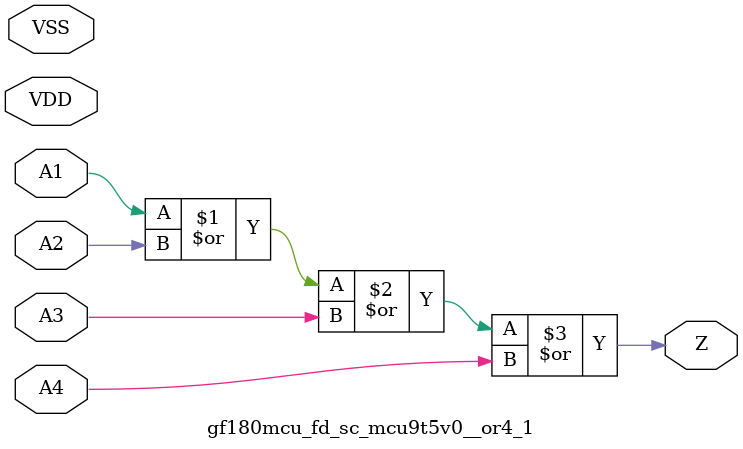
<source format=v>

module gf180mcu_fd_sc_mcu9t5v0__or4_1( A1, A2, A3, A4, Z, VDD, VSS );
input A1, A2, A3, A4;
inout VDD, VSS;
output Z;

	or MGM_BG_0( Z, A1, A2, A3, A4 );

endmodule

</source>
